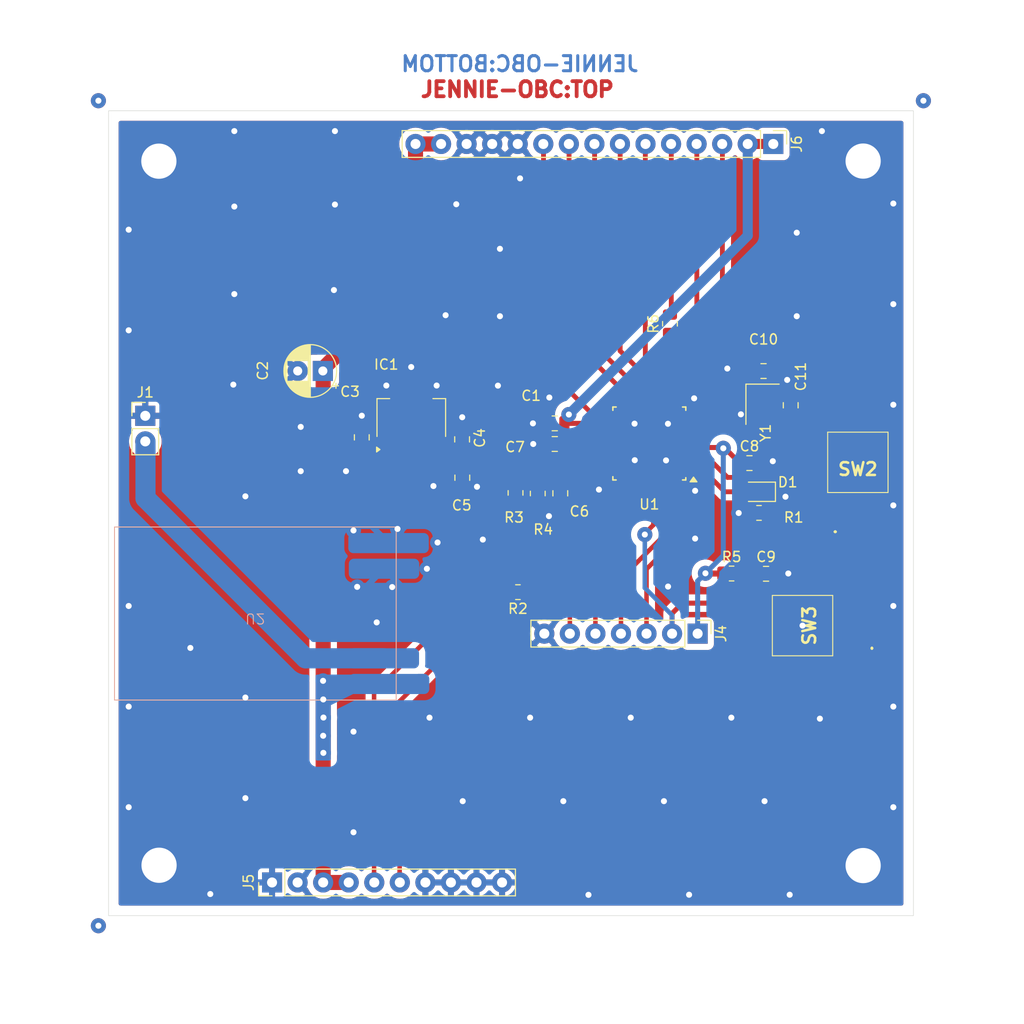
<source format=kicad_pcb>
(kicad_pcb (version 20240108) (generator "pcbnew") (generator_version "8.0")
  (layers (0 "F.Cu" signal) (31 "B.Cu" signal) (34 "B.Paste" user) (35 "F.Paste" user) (36 "B.SilkS" user "B.Silkscreen") (37 "F.SilkS" user "F.Silkscreen") (38 "B.Mask" user) (39 "F.Mask" user) (44 "Edge.Cuts" user))
  (net 0 "")
  (net 1 "3.3V")
  (net 2 "GND")
  (net 3 "V_BATT")
  (net 4 "Net-(IC1-NR{slash}FB)")
  (net 5 "/BATT")
  (net 6 "/RST")
  (net 7 "/XTAL1")
  (net 8 "/XTAL2")
  (net 9 "Net-(D1-K)")
  (net 10 "/SCK0")
  (net 11 "/MISO0")
  (net 12 "/MOSI0")
  (net 13 "/TXD")
  (net 14 "/RXD")
  (net 15 "/DIO")
  (net 18 "/SW1")
  (net 20 "/RST_RF")
  (net 22 "/NSS0")
  (net 24 "/SW2")
  (net 25 "/ANT_DEPL2")
  (net 26 "Net-(U1-PB0)")
  (net 27 "/ANT_DEPL1")
  (net 30 "/LED1")
  (net 31 "/BTN1")
  (net 32 "/PC4")
  (net 33 "/PC5")
  (net 34 "Net-(U1-PC3)")
  (net 37 "V_OUT")
  (footprint "Capacitor_SMD:C_0805_2012Metric" (layer "F.Cu") (at 135.87 90.34 90)
    (property "Reference" "C3")
    (property "Value" "1uF")
  )
  (footprint "Capacitor_SMD:C_0805_2012Metric" (layer "F.Cu") (at 155.05 88.95 180)
    (property "Reference" "C1")
    (property "Value" "100nF")
  )
  (footprint "Connector_PinHeader_2.54mm:PinHeader_1x07_P2.54mm_Vertical" (layer "F.Cu") (at 169.25 109.85 -90)
    (property "Reference" "J4")
    (property "Value" "~")
  )
  (footprint "Resistor_SMD:R_0805_2012Metric" (layer "F.Cu") (at 172.625 103.875)
    (property "Reference" "R5")
    (property "Value" "10k")
  )
  (footprint "Package_QFP:TQFP-32_7x7mm_P0.8mm" (layer "F.Cu") (at 164.45 90.95 180)
    (property "Reference" "U1")
    (property "Value" "ATmega328PB-A")
  )
  (footprint "Resistor_SMD:R_0805_2012Metric" (layer "F.Cu") (at 175.35 97.85 180)
    (property "Reference" "R1")
    (property "Value" "270")
  )
  (footprint "Resistor_SMD:R_0805_2012Metric" (layer "F.Cu") (at 166.5 79.05 90)
    (property "Reference" "R6")
    (property "Value" "270")
  )
  (footprint "Connector_PinHeader_2.54mm:PinHeader_1x10_P2.54mm_Vertical" (layer "F.Cu") (at 126.95 134.58 90)
    (property "Reference" "J5")
    (property "Value" "Conn_01x10")
  )
  (footprint "Capacitor_SMD:C_0805_2012Metric" (layer "F.Cu") (at 155.05 91 180)
    (property "Reference" "C7")
    (property "Value" "100nF")
  )
  (footprint "Capacitor_SMD:C_0805_2012Metric" (layer "F.Cu") (at 145.84 90.54 90)
    (property "Reference" "C4")
    (property "Value" "100nF")
  )
  (footprint "Capacitor_SMD:C_0805_2012Metric" (layer "F.Cu") (at 176.05 103.9)
    (property "Reference" "C9")
    (property "Value" "4.7nF")
  )
  (footprint "Capacitor_SMD:C_0805_2012Metric" (layer "F.Cu") (at 174.4 92.9)
    (property "Reference" "C8")
    (property "Value" "100nF")
  )
  (footprint "Package_TO_SOT_SMD:SOT-223-6" (layer "F.Cu") (at 140.79 88.36 90)
    (property "Reference" "IC1")
    (property "Value" "TPS79533DCQ")
  )
  (footprint "Capacitor_SMD:C_0805_2012Metric" (layer "F.Cu") (at 155.6 95.9 -90)
    (property "Reference" "C6")
    (property "Value" "10nF")
  )
  (footprint "LED_SMD:LED_0805_2012Metric" (layer "F.Cu") (at 175.3 95.75 180)
    (property "Reference" "D1")
    (property "Value" "LED")
  )
  (footprint "Capacitor_SMD:C_0805_2012Metric" (layer "F.Cu") (at 175.8 83.75)
    (property "Reference" "C10")
    (property "Value" "10pF")
  )
  (footprint "Capacitor_SMD:C_0805_2012Metric" (layer "F.Cu") (at 178.5 87.15 90)
    (property "Reference" "C11")
    (property "Value" "10pF")
  )
  (footprint "Resistor_SMD:R_0805_2012Metric" (layer "F.Cu") (at 151.15 95.86 -90)
    (property "Reference" "R3")
    (property "Value" "24k")
  )
  (footprint "project_lib:15715272" (layer "F.Cu") (at 185.175 92.825 180)
    (property "Reference" "SW2")
    (property "Value" "SW_MEC_5E" (hide yes))
  )
  (footprint "Resistor_SMD:R_0805_2012Metric" (layer "F.Cu") (at 151.3875 105.725 180)
    (property "Reference" "R2")
    (property "Value" "270")
  )
  (footprint "Connector_PinHeader_2.54mm:PinHeader_1x02_P2.54mm_Vertical" (layer "F.Cu") (at 114.35 88.2)
    (property "Reference" "J1")
    (property "Value" "~")
  )
  (footprint "Connector_PinHeader_2.54mm:PinHeader_1x15_P2.54mm_Vertical" (layer "F.Cu") (at 176.77 61.18 -90)
    (property "Reference" "J6")
    (property "Value" "Conn_01x15")
  )
  (footprint "project_lib:15715272" (layer "F.Cu") (at 179.675 109.05 -90)
    (property "Reference" "SW3")
    (property "Value" "SW_MEC_5E" (hide yes))
  )
  (footprint "Capacitor_SMD:C_0805_2012Metric" (layer "F.Cu") (at 145.86 94.35 -90)
    (property "Reference" "C5")
    (property "Value" "1uF")
  )
  (footprint "Capacitor_THT:CP_Radial_D5.0mm_P2.50mm" (layer "F.Cu") (at 132 83.74 180)
    (property "Reference" "C2")
    (property "Value" "10uF")
  )
  (footprint "Resistor_SMD:R_0805_2012Metric" (layer "F.Cu") (at 153.36 95.92 -90)
    (property "Reference" "R4")
    (property "Value" "75k")
  )
  (footprint "Crystal:Crystal_SMD_3225-4Pin_3.2x2.5mm" (layer "F.Cu") (at 175.7 87.05 -90)
    (property "Reference" "Y1")
    (property "Value" "16MHz")
  )
  (footprint "TP4056_batt_charger:TP4056_module" (layer "B.Cu") (at 125.28 107.85)
    (property "Reference" "U2")
    (property "Value" "~")
  )
  (gr_rect (start 110.7 57.88) (end 190.7 137.88) (stroke (width 0.05)) (fill none) (layer "Edge.Cuts"))
  (gr_text "JENNIE-OBC:TOP" (at 141.55 56.64 0) (layer "F.Cu") (effects (font (size 1.5 1.5) (thickness 0.375) (bold yes)) (justify left bottom)))
  (gr_text "JENNIE-OBC:BOTTOM" (at 163.53 54.1 -0) (layer "B.Cu") (effects (font (size 1.5 1.5) (thickness 0.3) (bold yes)) (justify left bottom mirror)))
  (via (at 191.69 56.88) (size 1.5) (drill 0.6) (layers "F.Cu" "B.Cu") (net 0))
  (via (at 109.69 138.88) (size 1.5) (drill 0.6) (layers "F.Cu" "B.Cu") (net 0))
  (via (at 109.69 56.88) (size 1.5) (drill 0.6) (layers "F.Cu" "B.Cu") (net 0))
  (segment (start 142.66 93.4) (end 145.86 93.4) (width 1) (layer "F.Cu") (net 1))
  (segment (start 156 88.95) (end 156 91) (width 1) (layer "F.Cu") (net 1))
  (segment (start 156 88.52) (end 156.45 88.07) (width 0.5) (layer "F.Cu") (net 1))
  (segment (start 160.2 90.55) (end 157.775 90.55) (width 0.5) (layer "F.Cu") (net 1))
  (segment (start 170.05 103.875) (end 170.025 103.85) (width 1) (layer "F.Cu") (net 1))
  (segment (start 168.7 91.35) (end 170.85 91.35) (width 0.5) (layer "F.Cu") (net 1))
  (segment (start 174.23 61.18) (end 176.77 61.18) (width 1) (layer "F.Cu") (net 1))
  (segment (start 170.85 91.35) (end 171.9 91.35) (width 0.5) (layer "F.Cu") (net 1))
  (segment (start 171.725 91.35) (end 170.85 91.35) (width 0.48) (layer "F.Cu") (net 1))
  (segment (start 157.775 90.55) (end 157.325 91) (width 0.5) (layer "F.Cu") (net 1))
  (segment (start 156 92.28) (end 156 91) (width 1) (layer "F.Cu") (net 1))
  (segment (start 171.7125 103.875) (end 170.05 103.875) (width 0.6) (layer "F.Cu") (net 1))
  (segment (start 156 88.95) (end 156 88.52) (width 0.5) (layer "F.Cu") (net 1))
  (segment (start 171.9 91.35) (end 173.45 92.9) (width 0.5) (layer "F.Cu") (net 1))
  (segment (start 160.2 88.95) (end 156 88.95) (width 0.5) (layer "F.Cu") (net 1))
  (segment (start 166.7 91.35) (end 168.7 91.35) (width 0.45) (layer "F.Cu") (net 1))
  (segment (start 145.86 93.4) (end 154.88 93.4) (width 1) (layer "F.Cu") (net 1))
  (segment (start 154.88 93.4) (end 156 92.28) (width 1) (layer "F.Cu") (net 1))
  (segment (start 171.8 91.425) (end 171.725 91.35) (width 0.48) (layer "F.Cu") (net 1))
  (segment (start 142.06 91.4975) (end 142.06 92.8) (width 1) (layer "F.Cu") (net 1))
  (segment (start 160.2 90.55) (end 165.9 90.55) (width 0.45) (layer "F.Cu") (net 1))
  (segment (start 142.06 92.8) (end 142.66 93.4) (width 1) (layer "F.Cu") (net 1))
  (segment (start 165.9 90.55) (end 166.7 91.35) (width 0.45) (layer "F.Cu") (net 1))
  (segment (start 157.325 91) (end 156 91) (width 0.5) (layer "F.Cu") (net 1))
  (via (at 170.025 103.85) (size 1.5) (drill 0.6) (layers "F.Cu" "B.Cu") (net 1))
  (via (at 156.45 88.07) (size 1.5) (drill 0.6) (layers "F.Cu" "B.Cu") (net 1))
  (via (at 171.8 91.425) (size 1.5) (drill 0.6) (layers "F.Cu" "B.Cu") (net 1))
  (segment (start 171.8 91.425) (end 171.7 91.425) (width 0.8) (layer "B.Cu") (net 1))
  (segment (start 169.25 104.625) (end 170.025 103.85) (width 0.5) (layer "B.Cu") (net 1))
  (segment (start 171.8 91.425) (end 171.8 102.075) (width 0.5) (layer "B.Cu") (net 1))
  (segment (start 156.45 88.07) (end 174.23 70.29) (width 1) (layer "B.Cu") (net 1))
  (segment (start 174.23 70.29) (end 174.23 61.18) (width 1) (layer "B.Cu") (net 1))
  (segment (start 171.7 91.425) (end 171.675 91.4) (width 0.8) (layer "B.Cu") (net 1))
  (segment (start 171.8 102.075) (end 170.025 103.85) (width 0.5) (layer "B.Cu") (net 1))
  (segment (start 169.25 109.85) (end 169.25 104.625) (width 0.5) (layer "B.Cu") (net 1))
  (segment (start 167.375 90.55) (end 168.7 90.55) (width 0.48) (layer "F.Cu") (net 2))
  (segment (start 161.74 91.35) (end 163 92.61) (width 0.5) (layer "F.Cu") (net 2))
  (segment (start 160.2 91.35) (end 161.74 91.35) (width 0.5) (layer "F.Cu") (net 2))
  (segment (start 174.225 97.4125) (end 174.2 97.4375) (width 0.45) (layer "F.Cu") (net 2))
  (segment (start 166.3 89.475) (end 167.375 90.55) (width 0.48) (layer "F.Cu") (net 2))
  (segment (start 166.3 88.99) (end 166.3 89.475) (width 0.45) (layer "F.Cu") (net 2))
  (via (at 162.98 88.98) (size 1.5) (drill 0.6) (layers "F.Cu" "B.Cu") (net 2))
  (via (at 143.4 100.79) (size 1.5) (drill 0.6) (layers "F.Cu" "B.Cu") (net 2))
  (via (at 133.2 59.9) (size 1.5) (drill 0.6) (layers "F.Cu" "B.Cu") (net 2))
  (via (at 135.045 119.59) (size 1.5) (drill 0.6) (layers "F.Cu" "B.Cu") (net 2))
  (via (at 155.9 126.5) (size 1.5) (drill 0.6) (layers "F.Cu" "B.Cu") (net 2))
  (via (at 142.99 95.18) (size 1.5) (drill 0.6) (layers "F.Cu" "B.Cu") (net 2))
  (via (at 188.7 87.1) (size 1.5) (drill 0.6) (layers "F.Cu" "B.Cu") (net 2))
  (via (at 166.3 88.99) (size 1.5) (drill 0.6) (layers "F.Cu" "B.Cu") (net 2))
  (via (at 120.81 135.73) (size 1.5) (drill 0.6) (layers "F.Cu" "B.Cu") (net 2))
  (via (at 135.045 129.59) (size 1.5) (drill 0.6) (layers "F.Cu" "B.Cu") (net 2))
  (via (at 149.6 78.3) (size 1.5) (drill 0.6) (layers "F.Cu" "B.Cu") (net 2))
  (via (at 129.8 89.3) (size 1.5) (drill 0.6) (layers "F.Cu" "B.Cu") (net 2))
  (via (at 118.83 111.27) (size 1.5) (drill 0.6) (layers "F.Cu" "B.Cu") (net 2))
  (via (at 162.6 118.2) (size 1.5) (drill 0.6) (layers "F.Cu" "B.Cu") (net 2))
  (via (at 188.7 127.1) (size 1.5) (drill 0.6) (layers "F.Cu" "B.Cu") (net 2))
  (via (at 154.51 86.38) (size 1.5) (drill 0.6) (layers "F.Cu" "B.Cu") (net 2))
  (via (at 112.7 107.1) (size 1.5) (drill 0.6) (layers "F.Cu" "B.Cu") (net 2))
  (via (at 166.11 92.63) (size 1.5) (drill 0.6) (layers "F.Cu" "B.Cu") (net 2))
  (via (at 188.7 97.1) (size 1.5) (drill 0.6) (layers "F.Cu" "B.Cu") (net 2))
  (via (at 135.87 88.19) (size 1.5) (drill 0.6) (layers "F.Cu" "B.Cu") (net 2))
  (via (at 123.2 67.4) (size 1.5) (drill 0.6) (layers "F.Cu" "B.Cu") (net 2))
  (via (at 149.6 71.6) (size 1.5) (drill 0.6) (layers "F.Cu" "B.Cu") (net 2))
  (via (at 135.41 105.2) (size 1.5) (drill 0.6) (layers "F.Cu" "B.Cu") (net 2))
  (via (at 154.47 98.17) (size 1.5) (drill 0.6) (layers "F.Cu" "B.Cu") (net 2))
  (via (at 188.7 77.1) (size 1.5) (drill 0.6) (layers "F.Cu" "B.Cu") (net 2))
  (via (at 179.1 78.3) (size 1.5) (drill 0.6) (layers "F.Cu" "B.Cu") (net 2))
  (via (at 144.2 78.2) (size 1.5) (drill 0.6) (layers "F.Cu" "B.Cu") (net 2))
  (via (at 135.045 99.59) (size 1.5) (drill 0.6) (layers "F.Cu" "B.Cu") (net 2))
  (via (at 123.2 59.9) (size 1.5) (drill 0.6) (layers "F.Cu" "B.Cu") (net 2))
  (via (at 172.6 118.2) (size 1.5) (drill 0.6) (layers "F.Cu" "B.Cu") (net 2))
  (via (at 179.1 70) (size 1.5) (drill 0.6) (layers "F.Cu" "B.Cu") (net 2))
  (via (at 181.4 118.3) (size 1.5) (drill 0.6) (layers "F.Cu" "B.Cu") (net 2))
  (via (at 147.32 95.25) (size 1.5) (drill 0.6) (layers "F.Cu" "B.Cu") (net 2))
  (via (at 115.72 132.87) (size 4.5) (drill 3.5) (layers "F.Cu" "B.Cu") (net 2))
  (via (at 163 92.61) (size 1.5) (drill 0.6) (layers "F.Cu" "B.Cu") (net 2))
  (via (at 149.4 85.2) (size 1.5) (drill 0.6) (layers "F.Cu" "B.Cu") (net 2))
  (via (at 178.15 84.63) (size 1.5) (drill 0.6) (layers "F.Cu" "B.Cu") (net 2))
  (via (at 151.6 64.6) (size 1.5) (drill 0.6) (layers "F.Cu" "B.Cu") (net 2))
  (via (at 177.98 96.24) (size 1.5) (drill 0.6) (layers "F.Cu" "B.Cu") (net 2))
  (via (at 124.3 96.2) (size 1.5) (drill 0.6) (layers "F.Cu" "B.Cu") (net 2))
  (via (at 137.35 108.73) (size 1.5) (drill 0.6) (layers "F.Cu" "B.Cu") (net 2))
  (via (at 112.7 117.1) (size 1.5) (drill 0.6) (layers "F.Cu" "B.Cu") (net 2))
  (via (at 133.1 75.7) (size 1.5) (drill 0.6) (layers "F.Cu" "B.Cu") (net 2))
  (via (at 178.4 135.8) (size 1.5) (drill 0.6) (layers "F.Cu" "B.Cu") (net 2))
  (via (at 166.31 105.17) (size 1.5) (drill 0.6) (layers "F.Cu" "B.Cu") (net 2))
  (via (at 173.55 88.05) (size 1.5) (drill 0.6) (layers "F.Cu" "B.Cu") (net 2))
  (via (at 143.31 85.19) (size 1.5) (drill 0.6) (layers "F.Cu" "B.Cu") (net 2))
  (via (at 178.26 103.87) (size 1.5) (drill 0.6) (layers "F.Cu" "B.Cu") (net 2))
  (via (at 123.1 85.1) (size 1.5) (drill 0.6) (layers "F.Cu" "B.Cu") (net 2))
  (via (at 176.72 92.71) (size 1.5) (drill 0.6) (layers "F.Cu" "B.Cu") (net 2))
  (via (at 168.9 86.46) (size 1.5) (drill 0.6) (layers "F.Cu" "B.Cu") (net 2))
  (via (at 173.33 97.86) (size 1.5) (drill 0.6) (layers "F.Cu" "B.Cu") (net 2))
  (via (at 179.675 109.05) (size 1.5) (drill 0.6) (layers "F.Cu" "B.Cu") (net 2))
  (via (at 138.31 85.19) (size 1.5) (drill 0.6) (layers "F.Cu" "B.Cu") (net 2))
  (via (at 169 100.4) (size 1.5) (drill 0.6) (layers "F.Cu" "B.Cu") (net 2))
  (via (at 172.2 83.5) (size 1.5) (drill 0.6) (layers "F.Cu" "B.Cu") (net 2))
  (via (at 140.78 83.35) (size 1.5) (drill 0.6) (layers "F.Cu" "B.Cu") (net 2))
  (via (at 188.7 107.1) (size 1.5) (drill 0.6) (layers "F.Cu" "B.Cu") (net 2))
  (via (at 175.9 126.5) (size 1.5) (drill 0.6) (layers "F.Cu" "B.Cu") (net 2))
  (via (at 169 95.65) (size 1.5) (drill 0.6) (layers "F.Cu" "B.Cu") (net 2))
  (via (at 159.44 95.53) (size 1.5) (drill 0.6) (layers "F.Cu" "B.Cu") (net 2))
  (via (at 142.6 118.2) (size 1.5) (drill 0.6) (layers "F.Cu" "B.Cu") (net 2))
  (via (at 147.9 100.5) (size 1.5) (drill 0.6) (layers "F.Cu" "B.Cu") (net 2))
  (via (at 152.6 118.2) (size 1.5) (drill 0.6) (layers "F.Cu" "B.Cu") (net 2))
  (via (at 112.7 69.7) (size 1.5) (drill 0.6) (layers "F.Cu" "B.Cu") (net 2))
  (via (at 134.3 93.7) (size 1.5) (drill 0.6) (layers "F.Cu" "B.Cu") (net 2))
  (via (at 188.7 67.1) (size 1.5) (drill 0.6) (layers "F.Cu" "B.Cu") (net 2))
  (via (at 158.4 135.81) (size 1.5) (drill 0.6) (layers "F.Cu" "B.Cu") (net 2))
  (via (at 133.2 67.2) (size 1.5) (drill 0.6) (layers "F.Cu" "B.Cu") (net 2))
  (via (at 138.89 105.22) (size 1.5) (drill 0.6) (layers "F.Cu" "B.Cu") (net 2))
  (via (at 185.7 62.88) (size 4.5) (drill 3.5) (layers "F.Cu" "B.Cu") (net 2))
  (via (at 181.6 59.9) (size 1.5) (drill 0.6) (layers "F.Cu" "B.Cu") (net 2))
  (via (at 123.2 76.1) (size 1.5) (drill 0.6) (layers "F.Cu" "B.Cu") (net 2))
  (via (at 165.9 126.5) (size 1.5) (drill 0.6) (layers "F.Cu" "B.Cu") (net 2))
  (via (at 168.4 135.8) (size 1.5) (drill 0.6) (layers "F.Cu" "B.Cu") (net 2))
  (via (at 115.7 62.89) (size 4.5) (drill 3.5) (layers "F.Cu" "B.Cu") (net 2))
  (via (at 152.88 88.95) (size 1.5) (drill 0.6) (layers "F.Cu" "B.Cu") (net 2))
  (via (at 112.7 127.1) (size 1.5) (drill 0.6) (layers "F.Cu" "B.Cu") (net 2))
  (via (at 188.7 117.1) (size 1.5) (drill 0.6) (layers "F.Cu" "B.Cu") (net 2))
  (via (at 145.85 88.34) (size 1.5) (drill 0.6) (layers "F.Cu" "B.Cu") (net 2))
  (via (at 145.26 67.17) (size 1.5) (drill 0.6) (layers "F.Cu" "B.Cu") (net 2))
  (via (at 152.91 91) (size 1.5) (drill 0.6) (layers "F.Cu" "B.Cu") (net 2))
  (via (at 145.9 126.5) (size 1.5) (drill 0.6) (layers "F.Cu" "B.Cu") (net 2))
  (via (at 139.42 99.44) (size 1.5) (drill 0.6) (layers "F.Cu" "B.Cu") (net 2))
  (via (at 124.3 116.2) (size 1.5) (drill 0.6) (layers "F.Cu" "B.Cu") (net 2))
  (via (at 185.7 132.9) (size 4.5) (drill 3.5) (layers "F.Cu" "B.Cu") (net 2))
  (via (at 129.8 93.7) (size 1.5) (drill 0.6) (layers "F.Cu" "B.Cu") (net 2))
  (via (at 142.34 103.4) (size 1.5) (drill 0.6) (layers "F.Cu" "B.Cu") (net 2))
  (via (at 112.7 79.7) (size 1.5) (drill 0.6) (layers "F.Cu" "B.Cu") (net 2))
  (via (at 124.3 126.2) (size 1.5) (drill 0.6) (layers "F.Cu" "B.Cu") (net 2))
  (segment (start 114.37 96.39) (end 130.28 112.3) (width 2) (layer "B.Cu") (net 3))
  (segment (start 114.37 90.76) (end 114.37 96.39) (width 2) (layer "B.Cu") (net 3))
  (segment (start 114.35 90.74) (end 114.37 90.76) (width 1.7) (layer "B.Cu") (net 3))
  (segment (start 130.28 112.3) (end 138.06 112.3) (width 2) (layer "B.Cu") (net 3))
  (segment (start 143.33 91.4975) (end 145.3725 91.4975) (width 0.6) (layer "F.Cu") (net 4))
  (segment (start 156.3 94.95) (end 158.3 92.95) (width 0.48) (layer "F.Cu") (net 5))
  (segment (start 151.08 94.9475) (end 151.0825 94.95) (width 0.45) (layer "F.Cu") (net 5))
  (segment (start 158.3 92.95) (end 160.2 92.95) (width 0.48) (layer "F.Cu") (net 5))
  (segment (start 151.0825 94.95) (end 156.3 94.95) (width 0.48) (layer "F.Cu") (net 5))
  (segment (start 164.85 99.05) (end 164.85 95.2) (width 0.45) (layer "F.Cu") (net 6))
  (segment (start 166.71 107.84) (end 166.71 109.85) (width 0.5) (layer "F.Cu") (net 6))
  (segment (start 164 100) (end 164 99.9) (width 0.45) (layer "F.Cu") (net 6))
  (segment (start 175.125 103.925) (end 175.1 103.9) (width 0.45) (layer "F.Cu") (net 6))
  (segment (start 167.73 106.82) (end 166.71 107.84) (width 0.5) (layer "F.Cu") (net 6))
  (segment (start 164 99.9) (end 164.85 99.05) (width 0.45) (layer "F.Cu") (net 6))
  (segment (start 175.125 106.82) (end 167.73 106.82) (width 0.5) (layer "F.Cu") (net 6))
  (segment (start 175.125 106.82) (end 175.125 103.925) (width 0.5) (layer "F.Cu") (net 6))
  (segment (start 173.5625 103.9) (end 173.5375 103.875) (width 0.45) (layer "F.Cu") (net 6))
  (segment (start 175.1175 106.8125) (end 175.125 106.82) (width 0.45) (layer "F.Cu") (net 6))
  (segment (start 175.1 103.9) (end 173.5625 103.9) (width 0.5) (layer "F.Cu") (net 6))
  (via (at 164 100) (size 1.5) (drill 0.6) (layers "F.Cu" "B.Cu") (net 6))
  (segment (start 166.71 108.01) (end 164 105.3) (width 0.45) (layer "B.Cu") (net 6))
  (segment (start 166.71 109.85) (end 166.71 108.01) (width 0.45) (layer "B.Cu") (net 6))
  (segment (start 164 105.3) (end 164 100) (width 0.45) (layer "B.Cu") (net 6))
  (segment (start 168.7 88.95) (end 172.3 88.95) (width 0.45) (layer "F.Cu") (net 7))
  (segment (start 176.6 88.1) (end 176.55 88.15) (width 0.45) (layer "F.Cu") (net 7))
  (segment (start 173.6 90.25) (end 175.6 90.25) (width 0.45) (layer "F.Cu") (net 7))
  (segment (start 178.5 88.1) (end 176.6 88.1) (width 0.45) (layer "F.Cu") (net 7))
  (segment (start 172.3 88.95) (end 173.6 90.25) (width 0.45) (layer "F.Cu") (net 7))
  (segment (start 175.6 90.25) (end 176.55 89.3) (width 0.45) (layer "F.Cu") (net 7))
  (segment (start 176.55 89.3) (end 176.55 88.15) (width 0.45) (layer "F.Cu") (net 7))
  (segment (start 174.85 83.75) (end 174.85 85.95) (width 0.48) (layer "F.Cu") (net 8))
  (segment (start 170.1 88.15) (end 172.3 85.95) (width 0.45) (layer "F.Cu") (net 8))
  (segment (start 172.3 85.95) (end 174.85 85.95) (width 0.45) (layer "F.Cu") (net 8))
  (segment (start 174.85 85.95) (end 174.8 85.9) (width 0.45) (layer "F.Cu") (net 8))
  (segment (start 168.7 88.15) (end 170.1 88.15) (width 0.45) (layer "F.Cu") (net 8))
  (segment (start 176.2625 97.85) (end 176.2625 95.775) (width 0.45) (layer "F.Cu") (net 9))
  (segment (start 176.2625 95.775) (end 176.2375 95.75) (width 0.45) (layer "F.Cu") (net 9))
  (segment (start 153.93 83.18) (end 158.9 88.15) (width 0.48) (layer "F.Cu") (net 10))
  (segment (start 153.93 61.2) (end 153.93 83.18) (width 0.48) (layer "F.Cu") (net 10))
  (segment (start 158.9 88.15) (end 160.2 88.15) (width 0.48) (layer "F.Cu") (net 10))
  (segment (start 161.65 85.55) (end 156.47 80.37) (width 0.48) (layer "F.Cu") (net 11))
  (segment (start 161.65 86.7) (end 161.65 85.55) (width 0.48) (layer "F.Cu") (net 11))
  (segment (start 156.47 80.37) (end 156.47 61.2) (width 0.48) (layer "F.Cu") (net 11))
  (segment (start 159.01 61.2) (end 159.01 81.16) (width 0.48) (layer "F.Cu") (net 12))
  (segment (start 162.45 84.6) (end 162.45 86.7) (width 0.48) (layer "F.Cu") (net 12))
  (segment (start 159.01 81.16) (end 162.45 84.6) (width 0.48) (layer "F.Cu") (net 12))
  (segment (start 166.45 101.15) (end 164.17 103.43) (width 0.45) (layer "F.Cu") (net 13))
  (segment (start 166.45 95.2) (end 166.45 101.15) (width 0.45) (layer "F.Cu") (net 13))
  (segment (start 164.17 103.43) (end 164.17 109.85) (width 0.45) (layer "F.Cu") (net 13))
  (segment (start 161.63 104.37) (end 161.63 109.85) (width 0.45) (layer "F.Cu") (net 14))
  (segment (start 165.65 100.35) (end 161.63 104.37) (width 0.45) (layer "F.Cu") (net 14))
  (segment (start 165.65 95.2) (end 165.65 100.35) (width 0.45) (layer "F.Cu") (net 14))
  (segment (start 164.05 86.7) (end 164.05 61.24) (width 0.48) (layer "F.Cu") (net 15))
  (segment (start 164.05 61.24) (end 164.09 61.2) (width 0.45) (layer "F.Cu") (net 15))
  (segment (start 169.17 81.68) (end 169.17 61.2) (width 0.48) (layer "F.Cu") (net 18))
  (segment (start 166.45 84.4) (end 169.17 81.68) (width 0.48) (layer "F.Cu") (net 18))
  (segment (start 166.45 86.7) (end 166.45 84.4) (width 0.48) (layer "F.Cu") (net 18))
  (segment (start 167.25 86.7) (end 167.25 85.45) (width 0.48) (layer "F.Cu") (net 20))
  (segment (start 167.25 85.45) (end 171.71 80.99) (width 0.48) (layer "F.Cu") (net 20))
  (segment (start 171.71 80.99) (end 171.71 61.2) (width 0.48) (layer "F.Cu") (net 20))
  (segment (start 161.55 81.75) (end 163.25 83.45) (width 0.48) (layer "F.Cu") (net 22))
  (segment (start 163.25 83.45) (end 163.25 86.7) (width 0.48) (layer "F.Cu") (net 22))
  (segment (start 161.55 61.2) (end 161.55 81.75) (width 0.48) (layer "F.Cu") (net 22))
  (segment (start 161.65 96.05) (end 153.8 103.9) (width 0.45) (layer "F.Cu") (net 24))
  (segment (start 153.8 103.9) (end 148.9 103.9) (width 0.45) (layer "F.Cu") (net 24))
  (segment (start 137.09 115.71) (end 137.09 134.65) (width 0.45) (layer "F.Cu") (net 24))
  (segment (start 161.65 95.2) (end 161.65 96.05) (width 0.45) (layer "F.Cu") (net 24))
  (segment (start 148.9 103.9) (end 137.09 115.71) (width 0.45) (layer "F.Cu") (net 24))
  (segment (start 166.63 78.0075) (end 166.5 78.1375) (width 0.45) (layer "F.Cu") (net 25))
  (segment (start 166.63 61.2) (end 166.63 78.0075) (width 0.48) (layer "F.Cu") (net 25))
  (segment (start 166.5 81.7) (end 166.5 79.9625) (width 0.48) (layer "F.Cu") (net 26))
  (segment (start 164.85 83.35) (end 166.5 81.7) (width 0.48) (layer "F.Cu") (net 26))
  (segment (start 164.85 86.7) (end 164.85 83.35) (width 0.48) (layer "F.Cu") (net 26))
  (segment (start 139.63 116.57) (end 139.63 134.65) (width 0.45) (layer "F.Cu") (net 27))
  (segment (start 150.475 105.725) (end 139.63 116.57) (width 0.45) (layer "F.Cu") (net 27))
  (segment (start 174.3625 95.75) (end 171.95 95.75) (width 0.48) (layer "F.Cu") (net 30))
  (segment (start 169.95 93.75) (end 168.7 93.75) (width 0.48) (layer "F.Cu") (net 30))
  (segment (start 171.95 95.75) (end 169.95 93.75) (width 0.48) (layer "F.Cu") (net 30))
  (segment (start 182.945 97.375) (end 182.92 97.4) (width 0.48) (layer "F.Cu") (net 31))
  (segment (start 170.8519 92.95) (end 168.7 92.95) (width 0.48) (layer "F.Cu") (net 31))
  (segment (start 181.475 97.4) (end 178.395038 94.320038) (width 0.48) (layer "F.Cu") (net 31))
  (segment (start 172.221938 94.320038) (end 170.8519 92.95) (width 0.48) (layer "F.Cu") (net 31))
  (segment (start 182.92 97.4) (end 181.475 97.4) (width 0.48) (layer "F.Cu") (net 31))
  (segment (start 178.395038 94.320038) (end 172.221938 94.320038) (width 0.48) (layer "F.Cu") (net 31))
  (segment (start 156.55 103.78934) (end 156.55 109.85) (width 0.45) (layer "F.Cu") (net 32))
  (segment (start 163.25 97.08934) (end 156.55 103.78934) (width 0.45) (layer "F.Cu") (net 32))
  (segment (start 163.25 95.2) (end 163.25 97.08934) (width 0.45) (layer "F.Cu") (net 32))
  (segment (start 164.05 95.2) (end 164.05 97.7) (width 0.45) (layer "F.Cu") (net 33))
  (segment (start 164.05 97.7) (end 159.09 102.66) (width 0.45) (layer "F.Cu") (net 33))
  (segment (start 159.09 102.66) (end 159.09 109.85) (width 0.45) (layer "F.Cu") (net 33))
  (segment (start 153.25 105.725) (end 152.3 105.725) (width 0.45) (layer "F.Cu") (net 34))
  (segment (start 162.45 95.2) (end 162.45 96.525) (width 0.45) (layer "F.Cu") (net 34))
  (segment (start 162.45 96.525) (end 153.25 105.725) (width 0.45) (layer "F.Cu") (net 34))
  (segment (start 142.1625 96.7725) (end 151.15 96.7725) (width 0.6) (layer "F.Cu") (net 37))
  (segment (start 141.21 61.18) (end 143.75 61.18) (width 1.5) (layer "F.Cu") (net 37))
  (segment (start 132.03 90.19) (end 132.03 90.565) (width 1.5) (layer "F.Cu") (net 37))
  (segment (start 132.03 134.58) (end 132.03 92.93) (width 1.5) (layer "F.Cu") (net 37))
  (segment (start 132.03 90.565) (end 133 91.535) (width 1.5) (layer "F.Cu") (net 37))
  (segment (start 132.03 92.93) (end 132.03 92.525) (width 1.5) (layer "F.Cu") (net 37))
  (segment (start 132.03 92.525) (end 133 91.555) (width 1.5) (layer "F.Cu") (net 37))
  (segment (start 132.03 92.93) (end 132.03 91.535) (width 1.5) (layer "F.Cu") (net 37))
  (segment (start 141.21 74.33) (end 141.21 61.18) (width 1.5) (layer "F.Cu") (net 37))
  (segment (start 132.03 83.51) (end 141.21 74.33) (width 1.5) (layer "F.Cu") (net 37))
  (segment (start 132.03 90.19) (end 132.03 83.51) (width 1.5) (layer "F.Cu") (net 37))
  (segment (start 133 91.535) (end 139.065 91.535) (width 1.5) (layer "F.Cu") (net 37))
  (segment (start 132.03 134.58) (end 134.57 134.58) (width 1.5) (layer "F.Cu") (net 37))
  (segment (start 139.52 92.03) (end 139.52 94.13) (width 0.6) (layer "F.Cu") (net 37))
  (segment (start 132.03 90.19) (end 132.03 90.545) (width 1.5) (layer "F.Cu") (net 37))
  (segment (start 133 91.555) (end 133 91.535) (width 1.5) (layer "F.Cu") (net 37))
  (segment (start 139.52 94.13) (end 142.1625 96.7725) (width 0.6) (layer "F.Cu") (net 37))
  (segment (start 132.03 91.535) (end 132.03 90.19) (width 1.5) (layer "F.Cu") (net 37))
  (segment (start 132.03 91.535) (end 133 91.535) (width 1.5) (layer "F.Cu") (net 37))
  (segment (start 139.065 91.535) (end 139.07 91.53) (width 1.5) (layer "F.Cu") (net 37))
  (via (at 132.04 116.39) (size 1.5) (drill 0.6) (layers "F.Cu" "B.Cu") (net 37))
  (via (at 132.06 118.19) (size 1.5) (drill 0.6) (layers "F.Cu" "B.Cu") (net 37))
  (via (at 132.05 121.7) (size 1.5) (drill 0.6) (layers "F.Cu" "B.Cu") (net 37))
  (via (at 132.03 120) (size 1.5) (drill 0.6) (layers "F.Cu" "B.Cu") (net 37))
  (via (at 132.02 114.54) (size 1.5) (drill 0.6) (layers "F.Cu" "B.Cu") (net 37))
  (zone (net 0) (net_name "") (layer "F.Cu") (priority 1) (connect_pads yes (clearance 0.62)) (min_thickness 0.25) (fill yes (thermal_gap 0.5) (thermal_bridge_width 0.6) (island_removal_mode 1) (island_area_min 10))
    (polygon (pts (xy 172.749883 128.951069) (xy 172.801615 129.002801) (xy 172.829611 129.070391) (xy 172.833214 130.60697) (xy 172.829611 130.643549) (xy 172.801615 130.711139) (xy 172.749883 130.762871) (xy 172.682293 130.790867) (xy 172.609135 130.790867) (xy 172.541545 130.762871) (xy 172.489813 130.711139) (xy 172.461817 130.643549) (xy 172.458214 129.10697) (xy 172.461817 129.070391) (xy 172.489813 129.002801) (xy 172.541545 128.951069) (xy 172.609135 128.923073) (xy 172.682293 128.923073)))
  )
  (zone (net 0) (net_name "") (layer "F.Cu") (priority 1) (connect_pads yes (clearance 0.62)) (min_thickness 0.25) (fill yes (thermal_gap 0.5) (thermal_bridge_width 0.6) (island_removal_mode 1) (island_area_min 10))
    (polygon (pts (xy 174.753722 130.280216) (xy 174.753723 130.280216) (xy 174.773756 130.288514) (xy 174.821312 130.308212) (xy 174.821313 130.308213) (xy 174.921155 130.40296) (xy 174.944471 130.431372) (xy 174.944473 130.431374) (xy 174.972469 130.498963) (xy 174.972469 130.572123) (xy 174.96229 130.596696) (xy 174.944472 130.639712) (xy 174.944471 130.639713) (xy 174.849725 130.739553) (xy 174.821316 130.762866) (xy 174.821312 130.762871) (xy 174.801514 130.77107) (xy 174.753722 130.790868) (xy 174.680562 130.790867) (xy 174.641685 130.774763) (xy 174.612974 130.762871) (xy 174.612972 130.762869) (xy 174.513132 130.668125) (xy 174.489815 130.639712) (xy 174.471997 130.596696) (xy 174.461818 130.572123) (xy 174.461817 130.498963) (xy 174.489814 130.431374) (xy 174.489814 130.431373) (xy 174.489815 130.431372) (xy 174.489832 130.431354) (xy 174.584559 130.331532) (xy 174.612972 130.308214) (xy 174.612974 130.308212) (xy 174.66053 130.288514) (xy 174.680562 130.280216)))
  )
  (zone (net 0) (net_name "") (layer "F.Cu") (priority 1) (connect_pads yes (clearance 0.62)) (min_thickness 0.25) (fill yes (thermal_gap 0.5) (thermal_bridge_width 0.6) (island_removal_mode 1) (island_area_min 10))
    (polygon (pts (xy 173.646579 131.337989) (xy 173.652803 131.340567) (xy 173.659524 131.341045) (xy 173.696088 131.358495) (xy 173.714169 131.365985) (xy 173.71635 131.368166) (xy 173.83671 131.42561) (xy 173.852452 131.435519) (xy 173.857028 131.437415) (xy 173.860111 131.44034) (xy 173.867816 131.445191) (xy 173.879881 131.459102) (xy 173.956868 131.53216) (xy 173.968668 131.546539) (xy 173.97241 131.549784) (xy 173.974306 131.553408) (xy 173.980186 131.560573) (xy 173.988291 131.58014) (xy 174.06342 131.723747) (xy 174.076556 131.758075) (xy 174.077033 131.764796) (xy 174.079612 131.771021) (xy 174.080452 131.812899) (xy 174.081743 131.83105) (xy 174.080869 131.833669) (xy 174.083215 131.950458) (xy 174.079612 131.987037) (xy 174.077033 131.993261) (xy 174.076556 131.999983) (xy 174.059102 132.036552) (xy 174.051616 132.054627) (xy 174.049435 132.056807) (xy 173.991991 132.177168) (xy 173.98208 132.192912) (xy 173.980186 132.197485) (xy 173.978535 132.199224) (xy 174.028298 132.246447) (xy 174.040099 132.260827) (xy 174.043839 132.264071) (xy 174.045734 132.267694) (xy 174.051615 132.27486) (xy 174.059721 132.29443) (xy 174.134848 132.438034) (xy 174.147984 132.472363) (xy 174.148461 132.479082) (xy 174.15104 132.485307) (xy 174.15158 132.522966) (xy 174.153171 132.545337) (xy 174.151954 132.548986) (xy 174.154643 132.736172) (xy 174.15104 132.772751) (xy 174.148461 132.778975) (xy 174.147984 132.785695) (xy 174.130534 132.822255) (xy 174.123044 132.840341) (xy 174.120862 132.842522) (xy 174.06342 132.962881) (xy 174.053509 132.978625) (xy 174.051615 132.983198) (xy 174.04869 132.986279) (xy 174.043839 132.993987) (xy 174.029924 133.006054) (xy 173.956869 133.083041) (xy 173.942485 133.094844) (xy 173.939244 133.098582) (xy 173.935623 133.100476) (xy 173.928456 133.106358) (xy 173.908882 133.114465) (xy 173.765281 133.189591) (xy 173.730952 133.202727) (xy 173.724232 133.203204) (xy 173.718008 133.205783) (xy 173.685225 133.205977) (xy 173.657978 133.207914) (xy 173.652745 133.206169) (xy 173.11 133.209386) (xy 173.073421 133.205783) (xy 173.005831 133.177787) (xy 172.954099 133.126055) (xy 172.926103 133.058465) (xy 172.9225 131.521886) (xy 172.926103 131.485307) (xy 172.954099 131.417717) (xy 173.005831 131.365985) (xy 173.073421 131.337989) (xy 173.61 131.334386)))
    (polygon (pts (xy 173.296094 132.422422) (xy 173.297065 132.836663) (xy 173.641283 132.834623) (xy 173.717089 132.794965) (xy 173.745796 132.764715) (xy 173.782039 132.688774) (xy 173.780229 132.562697) (xy 173.740222 132.486226) (xy 173.721385 132.46835) (xy 173.571217 132.420575)))
    (polygon (pts (xy 173.294419 131.708147) (xy 173.295222 132.050785) (xy 173.569792 132.048941) (xy 173.645661 132.00925) (xy 173.674366 131.979001) (xy 173.710151 131.904024) (xy 173.709043 131.848877) (xy 173.668793 131.77194) (xy 173.638542 131.743233) (xy 173.561273 131.706355)))
  )
  (zone (net 0) (net_name "") (layer "F.Cu") (priority 1) (connect_pads yes (clearance 0.62)) (min_thickness 0.25) (fill yes (thermal_gap 0.5) (thermal_bridge_width 0.6) (island_removal_mode 1) (island_area_min 10))
    (polygon (pts (xy 171.098912 128.923073) (xy 171.110864 128.923073) (xy 171.1339 128.932614) (xy 171.157963 128.939177) (xy 171.167413 128.946496) (xy 171.178454 128.951069) (xy 171.196087 128.968702) (xy 171.215804 128.983972) (xy 171.221799 128.994414) (xy 171.230186 129.002801) (xy 171.239435 129.025131) (xy 171.745804 129.90709) (xy 171.743928 129.10697) (xy 171.747531 129.070391) (xy 171.775527 129.002801) (xy 171.827259 128.951069) (xy 171.894849 128.923073) (xy 171.968007 128.923073) (xy 172.035597 128.951069) (xy 172.087329 129.002801) (xy 172.115325 129.070391) (xy 172.118928 130.60697) (xy 172.118001 130.616378) (xy 172.11847 130.620066) (xy 172.117167 130.624841) (xy 172.115325 130.643549) (xy 172.105783 130.666584) (xy 172.099221 130.690648) (xy 172.091901 130.700098) (xy 172.087329 130.711139) (xy 172.069695 130.728772) (xy 172.054426 130.748489) (xy 172.044049 130.754418) (xy 172.035597 130.762871) (xy 172.012558 130.772413) (xy 171.990907 130.784786) (xy 171.979048 130.786293) (xy 171.968007 130.790867) (xy 171.943078 130.790867) (xy 171.918333 130.794013) (xy 171.906798 130.790867) (xy 171.894849 130.790867) (xy 171.871814 130.781326) (xy 171.84775 130.774763) (xy 171.838299 130.767443) (xy 171.827259 130.762871) (xy 171.809625 130.745237) (xy 171.789909 130.729968) (xy 171.783913 130.719525) (xy 171.775527 130.711139) (xy 171.766277 130.688808) (xy 171.259908 129.806849) (xy 171.261785 130.60697) (xy 171.258182 130.643549) (xy 171.230186 130.711139) (xy 171.178454 130.762871) (xy 171.110864 130.790867) (xy 171.037706 130.790867) (xy 170.970116 130.762871) (xy 170.918384 130.711139) (xy 170.890388 130.643549) (xy 170.886785 129.10697) (xy 170.887711 129.097561) (xy 170.887243 129.093875) (xy 170.888545 129.0891) (xy 170.890388 129.070391) (xy 170.899929 129.047354) (xy 170.906492 129.023292) (xy 170.913811 129.013841) (xy 170.918384 129.002801) (xy 170.936017 128.985167) (xy 170.951287 128.965451) (xy 170.961663 128.959521) (xy 170.970116 128.951069) (xy 170.993154 128.941526) (xy 171.014806 128.929154) (xy 171.026664 128.927646) (xy 171.037706 128.923073) (xy 171.062641 128.923073) (xy 171.08738 128.919928)))
  )
  (zone (net 0) (net_name "") (layer "F.Cu") (priority 1) (connect_pads yes (clearance 0.62)) (min_thickness 0.25) (fill yes (thermal_gap 0.5) (thermal_bridge_width 0.6) (island_removal_mode 1) (island_area_min 10))
    (polygon (pts (xy 174.110865 128.923073) (xy 174.178455 128.951069) (xy 174.230187 129.002801) (xy 174.258183 129.070391) (xy 174.258183 129.143549) (xy 174.230187 129.211139) (xy 174.178455 129.262871) (xy 174.110865 129.290867) (xy 173.54442 129.293585) (xy 173.545222 129.635869) (xy 173.86 129.633756) (xy 173.896579 129.637359) (xy 173.964169 129.665355) (xy 174.015901 129.717087) (xy 174.043897 129.784677) (xy 174.043897 129.857835) (xy 174.015901 129.925425) (xy 173.964169 129.977157) (xy 173.896579 130.005153) (xy 173.546094 130.007506) (xy 173.547066 130.421999) (xy 174.074286 130.41947) (xy 174.110865 130.423073) (xy 174.178455 130.451069) (xy 174.230187 130.502801) (xy 174.258183 130.570391) (xy 174.258183 130.643549) (xy 174.230187 130.711139) (xy 174.178455 130.762871) (xy 174.110865 130.790867) (xy 173.36 130.79447) (xy 173.323421 130.790867) (xy 173.255831 130.762871) (xy 173.204099 130.711139) (xy 173.176103 130.643549) (xy 173.1725 129.10697) (xy 173.176103 129.070391) (xy 173.204099 129.002801) (xy 173.255831 128.951069) (xy 173.323421 128.923073) (xy 174.074286 128.91947)))
  )
  (zone (net 0) (net_name "") (layer "F.Cu") (priority 1) (connect_pads yes (clearance 0.62)) (min_thickness 0.25) (fill yes (thermal_gap 0.5) (thermal_bridge_width 0.6) (island_removal_mode 1) (island_area_min 10))
    (polygon (pts (xy 172.146579 131.337989) (xy 172.152803 131.340567) (xy 172.159524 131.341045) (xy 172.196088 131.358495) (xy 172.214169 131.365985) (xy 172.21635 131.368166) (xy 172.33671 131.42561) (xy 172.352454 131.43552) (xy 172.357027 131.437415) (xy 172.359915 131.440217) (xy 172.367816 131.445191) (xy 172.382546 131.462175) (xy 172.528296 131.603589) (xy 172.551614 131.632002) (xy 172.556949 131.644882) (xy 172.565248 131.656083) (xy 172.57152 131.680059) (xy 172.579611 131.699592) (xy 172.579611 131.710987) (xy 172.649045 131.97641) (xy 172.649983 131.982755) (xy 172.65104 131.985307) (xy 172.651072 131.990122) (xy 172.654421 132.012771) (xy 172.651362 132.033326) (xy 172.654643 132.521886) (xy 172.654014 132.528268) (xy 172.654421 132.531001) (xy 172.653269 132.535829) (xy 172.65104 132.558465) (xy 172.643572 132.576494) (xy 172.577616 132.853076) (xy 172.565248 132.887689) (xy 172.556948 132.89889) (xy 172.551614 132.911769) (xy 172.533812 132.930116) (xy 172.521695 132.946471) (xy 172.51272 132.951855) (xy 172.38544 133.08304) (xy 172.371057 133.094843) (xy 172.367815 133.098582) (xy 172.364193 133.100476) (xy 172.357027 133.106358) (xy 172.337452 133.114466) (xy 172.193852 133.189591) (xy 172.159523 133.202727) (xy 172.152803 133.203204) (xy 172.146579 133.205783) (xy 172.110921 133.206181) (xy 172.086549 133.207914) (xy 172.082311 133.206501) (xy 171.824286 133.209386) (xy 171.787707 133.205783) (xy 171.781482 133.203204) (xy 171.774763 133.202727) (xy 171.738202 133.185277) (xy 171.720117 133.177787) (xy 171.717935 133.175605) (xy 171.597577 133.118163) (xy 171.581832 133.108252) (xy 171.57726 133.106358) (xy 171.574371 133.103555) (xy 171.566471 133.098582) (xy 171.55174 133.081597) (xy 171.405988 132.940183) (xy 171.382671 132.91177) (xy 171.377335 132.89889) (xy 171.369036 132.887688) (xy 171.362763 132.863709) (xy 171.354674 132.84418) (xy 171.354674 132.832785) (xy 171.285241 132.567361) (xy 171.284303 132.561016) (xy 171.283246 132.558465) (xy 171.283213 132.553648) (xy 171.279865 132.531) (xy 171.282923 132.510444) (xy 171.279643 132.021886) (xy 171.280271 132.015504) (xy 171.279865 132.012772) (xy 171.281016 132.007944) (xy 171.283246 131.985307) (xy 171.290713 131.967277) (xy 171.356669 131.690697) (xy 171.369036 131.656084) (xy 171.377335 131.644882) (xy 171.382671 131.632002) (xy 171.400473 131.613653) (xy 171.412589 131.597302) (xy 171.421563 131.591917) (xy 171.548847 131.460732) (xy 171.563224 131.448933) (xy 171.56647 131.445191) (xy 171.570096 131.443293) (xy 171.57726 131.437415) (xy 171.596822 131.429311) (xy 171.740433 131.354181) (xy 171.774761 131.341045) (xy 171.781482 131.340567) (xy 171.787707 131.337989) (xy 171.823363 131.33759) (xy 171.847736 131.335858) (xy 171.851973 131.33727) (xy 172.11 131.334386)))
    (polygon (pts (xy 171.864845 131.708932) (xy 171.786406 131.749968) (xy 171.704635 131.834246) (xy 171.651521 132.056976) (xy 171.654564 132.510172) (xy 171.708201 132.715212) (xy 171.796531 132.800915) (xy 171.872231 132.837044) (xy 172.069442 132.834839) (xy 172.147878 132.793805) (xy 172.22965 132.709525) (xy 172.282764 132.486794) (xy 172.279721 132.0336) (xy 172.226083 131.828559) (xy 172.137753 131.742857) (xy 172.062053 131.706727)))
  )
  (zone (net 0) (net_name "") (layer "F.Cu") (priority 1) (connect_pads yes (clearance 0.62)) (min_thickness 0.25) (fill yes (thermal_gap 0.5) (thermal_bridge_width 0.6) (island_removal_mode 1) (island_area_min 10))
    (polygon (pts (xy 167.003722 131.337989) (xy 167.071312 131.365985) (xy 167.123044 131.417717) (xy 167.15104 131.485307) (xy 167.15104 131.558465) (xy 167.123044 131.626055) (xy 167.071312 131.677787) (xy 167.003722 131.705783) (xy 166.722987 131.706914) (xy 166.726071 133.021886) (xy 166.722468 133.058465) (xy 166.694472 133.126055) (xy 166.64274 133.177787) (xy 166.57515 133.205783) (xy 166.501992 133.205783) (xy 166.434402 133.177787) (xy 166.38267 133.126055) (xy 166.354674 133.058465) (xy 166.351508 131.708412) (xy 166.11 131.709386) (xy 166.073421 131.705783) (xy 166.005831 131.677787) (xy 165.954099 131.626055) (xy 165.926103 131.558465) (xy 165.926103 131.485307) (xy 165.954099 131.417717) (xy 166.005831 131.365985) (xy 166.073421 131.337989) (xy 166.967143 131.334386)))
  )
  (zone (net 0) (net_name "") (layer "F.Cu") (priority 1) (connect_pads yes (clearance 0.62)) (min_thickness 0.25) (fill yes (thermal_gap 0.5) (thermal_bridge_width 0.6) (island_removal_mode 1) (island_area_min 10))
    (polygon (pts (xy 175.199944 131.336209) (xy 175.204881 131.335859) (xy 175.208691 131.337071) (xy 175.218008 131.337989) (xy 175.239312 131.346813) (xy 175.455008 131.415437) (xy 175.48857 131.430422) (xy 175.493659 131.434836) (xy 175.499885 131.437415) (xy 175.534421 131.470189) (xy 175.543838 131.478356) (xy 175.544569 131.479819) (xy 175.599725 131.53216) (xy 175.623043 131.560573) (xy 175.65104 131.628163) (xy 175.65104 131.701323) (xy 175.623043 131.768912) (xy 175.571312 131.820643) (xy 175.503723 131.84864) (xy 175.430563 131.84864) (xy 175.362973 131.820643) (xy 175.292814 131.754065) (xy 175.145623 131.707236) (xy 175.062211 131.708911) (xy 174.921498 131.757972) (xy 174.830971 131.851275) (xy 174.781203 131.955551) (xy 174.723467 132.197666) (xy 174.725898 132.366953) (xy 174.789328 132.60943) (xy 174.838082 132.702622) (xy 174.928154 132.790015) (xy 175.074376 132.836535) (xy 175.15779 132.83486) (xy 175.296578 132.786471) (xy 175.334559 132.746448) (xy 175.362972 132.72313) (xy 175.430562 132.695132) (xy 175.503722 132.695132) (xy 175.571311 132.723128) (xy 175.623042 132.774858) (xy 175.65104 132.842448) (xy 175.65104 132.915608) (xy 175.623044 132.983198) (xy 175.528298 133.08304) (xy 175.499886 133.106357) (xy 175.493661 133.108935) (xy 175.48857 133.113351) (xy 175.453399 133.125613) (xy 175.432296 133.134355) (xy 175.428326 133.134355) (xy 175.240721 133.199764) (xy 175.222583 133.203887) (xy 175.218008 133.205783) (xy 175.213883 133.205865) (xy 175.20488 133.207913) (xy 175.184399 133.206457) (xy 175.038572 133.209386) (xy 175.020057 133.207562) (xy 175.015121 133.207913) (xy 175.01131 133.2067) (xy 175.001993 133.205783) (xy 174.980686 133.196957) (xy 174.764994 133.128336) (xy 174.731431 133.113351) (xy 174.726341 133.108936) (xy 174.720116 133.106358) (xy 174.692727 133.079784) (xy 174.676163 133.065418) (xy 174.674506 133.062104) (xy 174.548846 132.940182) (xy 174.537047 132.925804) (xy 174.533305 132.922559) (xy 174.531407 132.918932) (xy 174.525529 132.911769) (xy 174.517425 132.892206) (xy 174.442295 132.748596) (xy 174.44127 132.745917) (xy 174.440465 132.744831) (xy 174.439623 132.741615) (xy 174.429159 132.714267) (xy 174.427923 132.696889) (xy 174.35667 132.424504) (xy 174.355732 132.418159) (xy 174.354675 132.415608) (xy 174.354601 132.410516) (xy 174.351294 132.388143) (xy 174.354017 132.369838) (xy 174.351072 132.164743) (xy 174.3517 132.158361) (xy 174.351294 132.155629) (xy 174.352445 132.150801) (xy 174.354675 132.128164) (xy 174.362142 132.110134) (xy 174.428098 131.833554) (xy 174.429063 131.830852) (xy 174.429159 131.829505) (xy 174.430693 131.82629) (xy 174.440465 131.798941) (xy 174.449685 131.786496) (xy 174.513724 131.652319) (xy 174.523634 131.636574) (xy 174.525529 131.632002) (xy 174.528331 131.629113) (xy 174.533305 131.621213) (xy 174.550289 131.606482) (xy 174.691703 131.460733) (xy 174.720116 131.437415) (xy 174.72634 131.434836) (xy 174.731431 131.430422) (xy 174.766606 131.418157) (xy 174.787706 131.409418) (xy 174.791674 131.409418) (xy 174.979279 131.344008) (xy 174.997418 131.339883) (xy 175.001993 131.337989) (xy 175.006115 131.337906) (xy 175.01512 131.335859) (xy 175.0356 131.337314) (xy 175.181429 131.334386)))
  )
  (zone (net 0) (net_name "") (layer "F.Cu") (priority 1) (connect_pads yes (clearance 0.62)) (min_thickness 0.25) (fill yes (thermal_gap 0.5) (thermal_bridge_width 0.6) (island_removal_mode 1) (island_area_min 10))
    (polygon (pts (xy 169.789436 131.337989) (xy 169.857026 131.365985) (xy 169.908758 131.417717) (xy 169.936754 131.485307) (xy 169.936754 131.558465) (xy 169.908758 131.626055) (xy 169.857026 131.677787) (xy 169.789436 131.705783) (xy 169.222991 131.708501) (xy 169.223793 132.050785) (xy 169.538571 132.048672) (xy 169.57515 132.052275) (xy 169.64274 132.080271) (xy 169.694472 132.132003) (xy 169.722468 132.199593) (xy 169.722468 132.272751) (xy 169.694472 132.340341) (xy 169.64274 132.392073) (xy 169.57515 132.420069) (xy 169.224665 132.422422) (xy 169.225637 132.836915) (xy 169.752857 132.834386) (xy 169.789436 132.837989) (xy 169.857026 132.865985) (xy 169.908758 132.917717) (xy 169.936754 132.985307) (xy 169.936754 133.058465) (xy 169.908758 133.126055) (xy 169.857026 133.177787) (xy 169.789436 133.205783) (xy 169.038571 133.209386) (xy 169.001992 133.205783) (xy 168.934402 133.177787) (xy 168.88267 133.126055) (xy 168.854674 133.058465) (xy 168.851071 131.521886) (xy 168.854674 131.485307) (xy 168.88267 131.417717) (xy 168.934402 131.365985) (xy 169.001992 131.337989) (xy 169.752857 131.334386)))
  )
  (zone (net 0) (net_name "") (layer "F.Cu") (priority 1) (connect_pads yes (clearance 0.62)) (min_thickness 0.25) (fill yes (thermal_gap 0.5) (thermal_bridge_width 0.6) (island_removal_mode 1) (island_area_min 10))
    (polygon (pts (xy 174.801514 129.514298) (xy 174.821312 129.522498) (xy 174.82133 129.522516) (xy 174.921153 129.617243) (xy 174.944471 129.645656) (xy 174.944472 129.645657) (xy 174.952631 129.665355) (xy 174.972469 129.713246) (xy 174.972469 129.786406) (xy 174.944473 129.853995) (xy 174.944471 129.853996) (xy 174.944472 129.853996) (xy 174.849726 129.953839) (xy 174.821314 129.977155) (xy 174.821312 129.977157) (xy 174.784579 129.992372) (xy 174.753723 130.005153) (xy 174.753722 130.005153) (xy 174.680564 130.005153) (xy 174.680563 130.005153) (xy 174.680562 130.005153) (xy 174.649707 129.992372) (xy 174.612974 129.977157) (xy 174.612972 129.977155) (xy 174.513132 129.882409) (xy 174.489818 129.854) (xy 174.489815 129.853997) (xy 174.471997 129.810982) (xy 174.461817 129.786406) (xy 174.461818 129.713246) (xy 174.481656 129.665355) (xy 174.489815 129.645657) (xy 174.58456 129.545817) (xy 174.612973 129.522499) (xy 174.612974 129.522498) (xy 174.652566 129.506098) (xy 174.680562 129.494502) (xy 174.753722 129.494501)))
  )
  (zone (net 0) (net_name "") (layer "F.Cu") (priority 1) (connect_pads yes (clearance 0.62)) (min_thickness 0.25) (fill yes (thermal_gap 0.5) (thermal_bridge_width 0.6) (island_removal_mode 1) (island_area_min 10))
    (polygon (pts (xy 169.527483 128.923073) (xy 169.539435 128.923073) (xy 169.562471 128.932614) (xy 169.586534 128.939177) (xy 169.595984 128.946496) (xy 169.607025 128.951069) (xy 169.624658 128.968702) (xy 169.644375 128.983972) (xy 169.65037 128.994414) (xy 169.658757 129.002801) (xy 169.668006 129.025131) (xy 170.174375 129.90709) (xy 170.172499 129.10697) (xy 170.176102 129.070391) (xy 170.204098 129.002801) (xy 170.25583 128.951069) (xy 170.32342 128.923073) (xy 170.396578 128.923073) (xy 170.464168 128.951069) (xy 170.5159 129.002801) (xy 170.543896 129.070391) (xy 170.547499 130.60697) (xy 170.546572 130.616378) (xy 170.547041 130.620066) (xy 170.545738 130.624841) (xy 170.543896 130.643549) (xy 170.534354 130.666584) (xy 170.527792 130.690648) (xy 170.520472 130.700098) (xy 170.5159 130.711139) (xy 170.498266 130.728772) (xy 170.482997 130.748489) (xy 170.47262 130.754418) (xy 170.464168 130.762871) (xy 170.441129 130.772413) (xy 170.419478 130.784786) (xy 170.407619 130.786293) (xy 170.396578 130.790867) (xy 170.371649 130.790867) (xy 170.346904 130.794013) (xy 170.335369 130.790867) (xy 170.32342 130.790867) (xy 170.300385 130.781326) (xy 170.276321 130.774763) (xy 170.26687 130.767443) (xy 170.25583 130.762871) (xy 170.238196 130.745237) (xy 170.21848 130.729968) (xy 170.212484 130.719525) (xy 170.204098 130.711139) (xy 170.194848 130.688808) (xy 169.688479 129.806849) (xy 169.690356 130.60697) (xy 169.686753 130.643549) (xy 169.658757 130.711139) (xy 169.607025 130.762871) (xy 169.539435 130.790867) (xy 169.466277 130.790867) (xy 169.398687 130.762871) (xy 169.346955 130.711139) (xy 169.318959 130.643549) (xy 169.315356 129.10697) (xy 169.316282 129.097561) (xy 169.315814 129.093875) (xy 169.317116 129.0891) (xy 169.318959 129.070391) (xy 169.3285 129.047354) (xy 169.335063 129.023292) (xy 169.342382 129.013841) (xy 169.346955 129.002801) (xy 169.364588 128.985167) (xy 169.379858 128.965451) (xy 169.390234 128.959521) (xy 169.398687 128.951069) (xy 169.421725 128.941526) (xy 169.443377 128.929154) (xy 169.455235 128.927646) (xy 169.466277 128.923073) (xy 169.491212 128.923073) (xy 169.515951 128.919928)))
  )
  (zone (net 0) (net_name "") (layer "F.Cu") (priority 1) (connect_pads yes (clearance 0.62)) (min_thickness 0.25) (fill yes (thermal_gap 0.5) (thermal_bridge_width 0.6) (island_removal_mode 1) (island_area_min 10))
    (polygon (pts (xy 168.896578 128.923073) (xy 168.964168 128.951069) (xy 169.0159 129.002801) (xy 169.043896 129.070391) (xy 169.043896 129.143549) (xy 169.0159 129.211139) (xy 168.964168 129.262871) (xy 168.896578 129.290867) (xy 168.330133 129.293585) (xy 168.330935 129.635869) (xy 168.645713 129.633756) (xy 168.682292 129.637359) (xy 168.749882 129.665355) (xy 168.801614 129.717087) (xy 168.82961 129.784677) (xy 168.82961 129.857835) (xy 168.801614 129.925425) (xy 168.749882 129.977157) (xy 168.682292 130.005153) (xy 168.331807 130.007506) (xy 168.332779 130.421999) (xy 168.859999 130.41947) (xy 168.896578 130.423073) (xy 168.964168 130.451069) (xy 169.0159 130.502801) (xy 169.043896 130.570391) (xy 169.043896 130.643549) (xy 169.0159 130.711139) (xy 168.964168 130.762871) (xy 168.896578 130.790867) (xy 168.145713 130.79447) (xy 168.109134 130.790867) (xy 168.041544 130.762871) (xy 167.989812 130.711139) (xy 167.961816 130.643549) (xy 167.958213 129.10697) (xy 167.961816 129.070391) (xy 167.989812 129.002801) (xy 168.041544 128.951069) (xy 168.109134 128.923073) (xy 168.859999 128.91947)))
  )
  (zone (net 0) (net_name "") (layer "F.Cu") (priority 1) (connect_pads yes (clearance 0.62)) (min_thickness 0.25) (fill yes (thermal_gap 0.5) (thermal_bridge_width 0.6) (island_removal_mode 1) (island_area_min 10))
    (polygon (pts (xy 167.535597 128.951069) (xy 167.587329 129.002801) (xy 167.615325 129.070391) (xy 167.618928 130.178399) (xy 167.617104 130.196914) (xy 167.617455 130.201851) (xy 167.616242 130.205661) (xy 167.615325 130.214978) (xy 167.6065 130.236282) (xy 167.537877 130.451977) (xy 167.522891 130.48554) (xy 167.518476 130.490629) (xy 167.515899 130.496853) (xy 167.489328 130.524238) (xy 167.474958 130.540808) (xy 167.471644 130.542464) (xy 167.349725 130.668124) (xy 167.321312 130.691442) (xy 167.315086 130.69402) (xy 167.309997 130.698435) (xy 167.274828 130.710696) (xy 167.253723 130.719439) (xy 167.249754 130.719439) (xy 167.062148 130.784848) (xy 167.04401 130.788971) (xy 167.039435 130.790867) (xy 167.03531 130.790949) (xy 167.026307 130.792997) (xy 167.005826 130.791541) (xy 166.859999 130.79447) (xy 166.82342 130.790867) (xy 166.75583 130.762871) (xy 166.704098 130.711139) (xy 166.676102 130.643549) (xy 166.676102 130.570391) (xy 166.704098 130.502801) (xy 166.75583 130.451069) (xy 166.82342 130.423073) (xy 166.979217 130.419944) (xy 167.11993 130.370884) (xy 167.199556 130.288816) (xy 167.247283 130.138803) (xy 167.243928 129.10697) (xy 167.247531 129.070391) (xy 167.275527 129.002801) (xy 167.327259 128.951069) (xy 167.394849 128.923073) (xy 167.468007 128.923073)))
  )
  (zone (net 0) (net_name "") (layer "F.Cu") (priority 1) (connect_pads yes (clearance 0.62)) (min_thickness 0.25) (fill yes (thermal_gap 0.5) (thermal_bridge_width 0.6) (island_removal_mode 1) (island_area_min 10))
    (polygon (pts (xy 167.571311 131.365985) (xy 167.623043 131.417717) (xy 167.651039 131.485307) (xy 167.652366 132.05138) (xy 168.138021 132.049422) (xy 168.136785 131.521886) (xy 168.140388 131.485307) (xy 168.168384 131.417717) (xy 168.220116 131.365985) (xy 168.287706 131.337989) (xy 168.360864 131.337989) (xy 168.428454 131.365985) (xy 168.480186 131.417717) (xy 168.508182 131.485307) (xy 168.511785 133.021886) (xy 168.508182 133.058465) (xy 168.480186 133.126055) (xy 168.428454 133.177787) (xy 168.360864 133.205783) (xy 168.287706 133.205783) (xy 168.220116 133.177787) (xy 168.168384 133.126055) (xy 168.140388 133.058465) (xy 168.138893 132.420963) (xy 167.653237 132.422921) (xy 167.654642 133.021886) (xy 167.651039 133.058465) (xy 167.623043 133.126055) (xy 167.571311 133.177787) (xy 167.503721 133.205783) (xy 167.430563 133.205783) (xy 167.362973 133.177787) (xy 167.311241 133.126055) (xy 167.283245 133.058465) (xy 167.279642 131.521886) (xy 167.283245 131.485307) (xy 167.311241 131.417717) (xy 167.362973 131.365985) (xy 167.430563 131.337989) (xy 167.503721 131.337989)))
  )
  (zone (net 2) (net_name "GND") (layer "F.Cu") (connect_pads (clearance 0.62)) (min_thickness 0.4) (fill yes (thermal_gap 0.5) (thermal_bridge_width 0.6))
    (polygon (pts (xy 110.69 137.88) (xy 190.69 137.88) (xy 190.69 57.88) (xy 110.69 57.88)))
  )
  (zone (net 2) (net_name "GND") (layer "B.Cu") (connect_pads (clearance 0.62)) (min_thickness 0.4) (fill yes (thermal_gap 0.4) (thermal_bridge_width 0.6))
    (polygon (pts (xy 110.7 137.88) (xy 190.7 137.88) (xy 190.7 57.88) (xy 110.7 57.88)))
  )
  (zone (net 37) (net_name "V_OUT") (layer "B.Cu") (priority 1) (connect_pads yes (clearance 0.62)) (min_thickness 0.3) (fill yes (thermal_gap 0.5) (thermal_bridge_width 0.5))
    (polygon (pts (xy 142.12 113.85) (xy 142.12 115.84) (xy 135.03 115.84) (xy 132.79 116.96) (xy 132.79 122.46) (xy 131.28 122.46) (xy 131.28 113.83)))
  )
)
</source>
